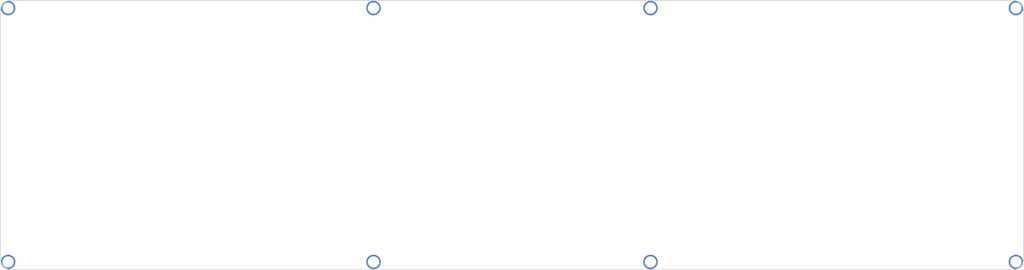
<source format=kicad_pcb>

            
(kicad_pcb (version 20171130) (host pcbnew 5.1.6)

  (page A3)
  (title_block
    (title backplate)
    (rev v1.0.0)
    (company Unknown)
  )

  (general
    (thickness 1.6)
  )

  (layers
    (0 F.Cu signal)
    (31 B.Cu signal)
    (32 B.Adhes user)
    (33 F.Adhes user)
    (34 B.Paste user)
    (35 F.Paste user)
    (36 B.SilkS user)
    (37 F.SilkS user)
    (38 B.Mask user)
    (39 F.Mask user)
    (40 Dwgs.User user)
    (41 Cmts.User user)
    (42 Eco1.User user)
    (43 Eco2.User user)
    (44 Edge.Cuts user)
    (45 Margin user)
    (46 B.CrtYd user)
    (47 F.CrtYd user)
    (48 B.Fab user)
    (49 F.Fab user)
  )

  (setup
    (last_trace_width 0.25)
    (trace_clearance 0.2)
    (zone_clearance 0.508)
    (zone_45_only no)
    (trace_min 0.2)
    (via_size 0.8)
    (via_drill 0.4)
    (via_min_size 0.4)
    (via_min_drill 0.3)
    (uvia_size 0.3)
    (uvia_drill 0.1)
    (uvias_allowed no)
    (uvia_min_size 0.2)
    (uvia_min_drill 0.1)
    (edge_width 0.05)
    (segment_width 0.2)
    (pcb_text_width 0.3)
    (pcb_text_size 1.5 1.5)
    (mod_edge_width 0.12)
    (mod_text_size 1 1)
    (mod_text_width 0.15)
    (pad_size 1.524 1.524)
    (pad_drill 0.762)
    (pad_to_mask_clearance 0.05)
    (aux_axis_origin 0 0)
    (visible_elements FFFFFF7F)
    (pcbplotparams
      (layerselection 0x010fc_ffffffff)
      (usegerberextensions false)
      (usegerberattributes true)
      (usegerberadvancedattributes true)
      (creategerberjobfile true)
      (excludeedgelayer true)
      (linewidth 0.100000)
      (plotframeref false)
      (viasonmask false)
      (mode 1)
      (useauxorigin false)
      (hpglpennumber 1)
      (hpglpenspeed 20)
      (hpglpendiameter 15.000000)
      (psnegative false)
      (psa4output false)
      (plotreference true)
      (plotvalue true)
      (plotinvisibletext false)
      (padsonsilk false)
      (subtractmaskfromsilk false)
      (outputformat 1)
      (mirror false)
      (drillshape 1)
      (scaleselection 1)
      (outputdirectory ""))
  )

            (net 0 "")
            
  (net_class Default "This is the default net class."
    (clearance 0.2)
    (trace_width 0.25)
    (via_dia 0.8)
    (via_drill 0.4)
    (uvia_dia 0.3)
    (uvia_drill 0.1)
    (add_net "")
  )

            (module M2 (layer "F.Cu") (tedit 5F880A3E)
    (at -8.25 -41.75 0)
  (attr through_hole)
 

  (pad "1" thru_hole circle (at 0 0) (size 2.8 2.8) (drill 2.2) (layers *.Cu *.Mask) (tstamp 41c9d83b-325c-4159-a170-61d8654be338))
)

(module M2 (layer "F.Cu") (tedit 5F880A3E)
    (at -8.25 7.75 0)
  (attr through_hole)
 

  (pad "1" thru_hole circle (at 0 0) (size 2.8 2.8) (drill 2.2) (layers *.Cu *.Mask) (tstamp 41c9d83b-325c-4159-a170-61d8654be338))
)

(module M2 (layer "F.Cu") (tedit 5F880A3E)
    (at 63 -41.75 0)
  (attr through_hole)
 

  (pad "1" thru_hole circle (at 0 0) (size 2.8 2.8) (drill 2.2) (layers *.Cu *.Mask) (tstamp 41c9d83b-325c-4159-a170-61d8654be338))
)

(module M2 (layer "F.Cu") (tedit 5F880A3E)
    (at 63 7.75 0)
  (attr through_hole)
 

  (pad "1" thru_hole circle (at 0 0) (size 2.8 2.8) (drill 2.2) (layers *.Cu *.Mask) (tstamp 41c9d83b-325c-4159-a170-61d8654be338))
)

(module M2 (layer "F.Cu") (tedit 5F880A3E)
    (at 188.25 -41.75 0)
  (attr through_hole)
 

  (pad "1" thru_hole circle (at 0 0) (size 2.8 2.8) (drill 2.2) (layers *.Cu *.Mask) (tstamp 41c9d83b-325c-4159-a170-61d8654be338))
)

(module M2 (layer "F.Cu") (tedit 5F880A3E)
    (at 188.25 7.75 0)
  (attr through_hole)
 

  (pad "1" thru_hole circle (at 0 0) (size 2.8 2.8) (drill 2.2) (layers *.Cu *.Mask) (tstamp 41c9d83b-325c-4159-a170-61d8654be338))
)

(module M2 (layer "F.Cu") (tedit 5F880A3E)
    (at 117 -41.75 0)
  (attr through_hole)
 

  (pad "1" thru_hole circle (at 0 0) (size 2.8 2.8) (drill 2.2) (layers *.Cu *.Mask) (tstamp 41c9d83b-325c-4159-a170-61d8654be338))
)

(module M2 (layer "F.Cu") (tedit 5F880A3E)
    (at 117 7.75 0)
  (attr through_hole)
 

  (pad "1" thru_hole circle (at 0 0) (size 2.8 2.8) (drill 2.2) (layers *.Cu *.Mask) (tstamp 41c9d83b-325c-4159-a170-61d8654be338))
)

            (gr_line (start -7.75 9.25) (end 187.75 9.25) (angle 90) (layer Edge.Cuts) (width 0.15))
(gr_arc (start 187.75 7.25) (end 187.75 9.25) (angle -90) (layer Edge.Cuts) (width 0.15))
(gr_line (start 189.75 7.25) (end 189.75 -41.25) (angle 90) (layer Edge.Cuts) (width 0.15))
(gr_arc (start 187.75 -41.25) (end 189.75 -41.25) (angle -90) (layer Edge.Cuts) (width 0.15))
(gr_line (start 187.75 -43.25) (end -7.75 -43.25) (angle 90) (layer Edge.Cuts) (width 0.15))
(gr_arc (start -7.75 -41.25) (end -7.75 -43.25) (angle -90) (layer Edge.Cuts) (width 0.15))
(gr_line (start -9.75 -41.25) (end -9.75 7.25) (angle 90) (layer Edge.Cuts) (width 0.15))
(gr_arc (start -7.75 7.25) (end -9.75 7.25) (angle -90) (layer Edge.Cuts) (width 0.15))
            
)

        
</source>
